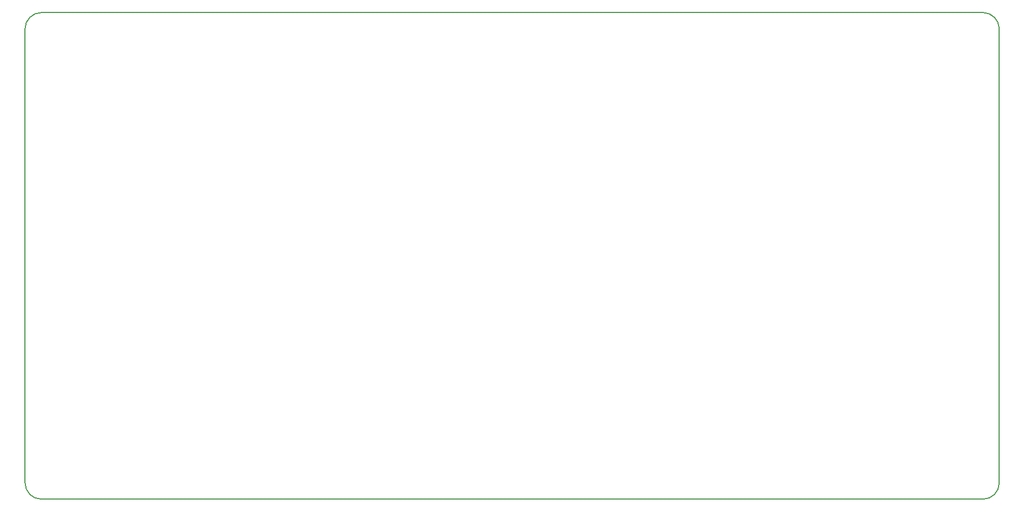
<source format=gbr>
G04 #@! TF.FileFunction,Profile,NP*
%FSLAX46Y46*%
G04 Gerber Fmt 4.6, Leading zero omitted, Abs format (unit mm)*
G04 Created by KiCad (PCBNEW 4.0.7-e2-6376~58~ubuntu16.04.1) date Fri Dec  7 15:30:49 2018*
%MOMM*%
%LPD*%
G01*
G04 APERTURE LIST*
%ADD10C,0.100000*%
%ADD11C,0.203200*%
G04 APERTURE END LIST*
D10*
D11*
X53340000Y-127000000D02*
X200660000Y-127000000D01*
X50800000Y-53340000D02*
X50800000Y-124460000D01*
X203200000Y-53340000D02*
X203200000Y-124460000D01*
X53340000Y-50800000D02*
X200660000Y-50800000D01*
X200660000Y-127000000D02*
G75*
G03X203200000Y-124460000I0J2540000D01*
G01*
X203200000Y-53340000D02*
G75*
G03X200660000Y-50800000I-2540000J0D01*
G01*
X50800000Y-124460000D02*
G75*
G03X53340000Y-127000000I2540000J0D01*
G01*
X53340000Y-50800000D02*
G75*
G03X50800000Y-53340000I0J-2540000D01*
G01*
M02*

</source>
